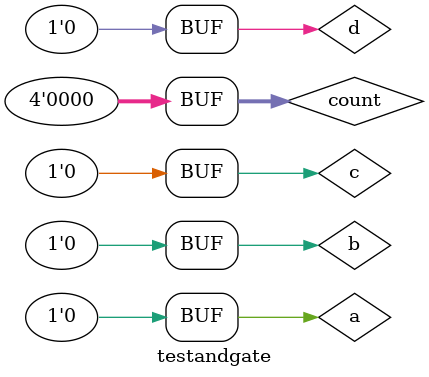
<source format=v>
module andgate (output s, input p, input q, input r, input t);
       assign s = (p & q & r & t);
endmodule // andgate
// -------------------------
// -- test and gate 4IN
// -------------------------
module testandgate;
        // ------------------------- dados locais
        reg a, b, c, d;    // definir registrador
        reg [3:0] count;
        wire s;      // definir conexao (fio)
        // ------------------------- instancia
        andgate AND1 (s, a, b, c, d);
        // ------------------------- preparacao
        initial begin:start
                     // valores iniciais
                a=0; b=0; c=0; d=0; count=0;
        end
        // ------------------------- parte principal
        initial begin:main
                     // execucao unitaria
                $display("Exercicio08 - Willian Antonio dos Santos - 462020");
                $display("Test AND gate 4IN:");
                $display("\n(a & b & c & d) = s\n");
                $monitor("(%b & %b & %b & %b) = %b", a, b, c, d, s);
                count = 0;
                repeat (15) begin
                       count <= count + 1;
                       #1 a<=count[3]; b<=count[2]; c<=count[1]; d<=count[0];
                end
        end
endmodule // testandgate
</source>
